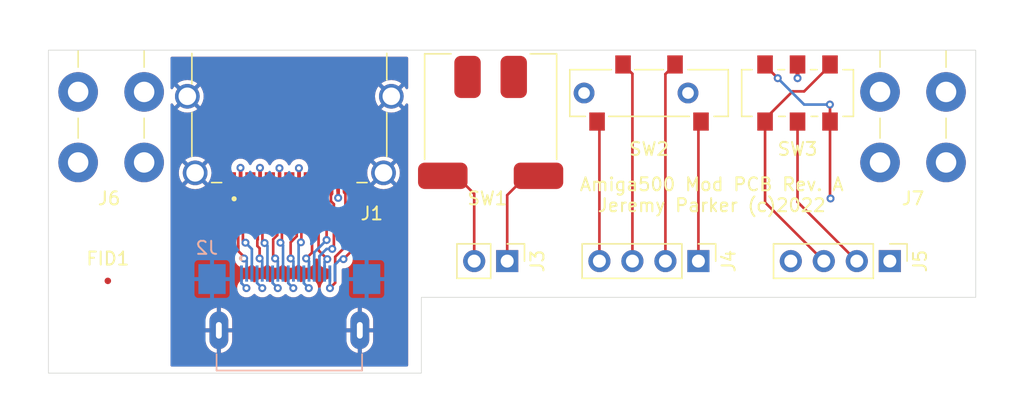
<source format=kicad_pcb>
(kicad_pcb (version 20211014) (generator pcbnew)
  (layers (0 "F.Cu" signal) (1 "In1.Cu" signal) (2 "In2.Cu" signal) (31 "B.Cu" signal) (34 "B.Paste" user) (35 "F.Paste" user) (36 "B.SilkS" user "B.Silkscreen") (37 "F.SilkS" user "F.Silkscreen") (38 "B.Mask" user) (39 "F.Mask" user) (44 "Edge.Cuts" user))
  (net 0 "")
  (net 1 "GNDREF")
  (net 2 "Net-(J3-Pad1)")
  (net 3 "Net-(J3-Pad2)")
  (net 4 "Net-(J4-Pad1)")
  (net 5 "Net-(J4-Pad2)")
  (net 6 "Net-(J4-Pad3)")
  (net 7 "Net-(J4-Pad4)")
  (net 8 "Net-(J5-Pad1)")
  (net 9 "Net-(J5-Pad2)")
  (net 10 "Net-(J5-Pad3)")
  (net 11 "Net-(J5-Pad4)")
  (net 20 "/TMDS Data2 shield")
  (net 21 "/TMDS Data1+")
  (net 22 "/TMDS Data1 shield")
  (net 23 "/TMDS Data1-")
  (net 24 "/TMDS Data0+")
  (net 25 "/TMDS Data0 shield")
  (net 26 "/TMDS Data0-")
  (net 27 "/TMDS Clock+")
  (net 28 "/TMDS Clock shield")
  (net 29 "/TMDS Clock-")
  (net 30 "/CEC")
  (net 31 "/HEAC+")
  (net 32 "/SCL")
  (net 33 "/SDA")
  (net 34 "/CEC Ground")
  (net 35 "/+5V Power")
  (net 36 "/Plug Detect")
  (net 37 "/TMDS_Data2+")
  (net 38 "/TMDS_Data2-")
  (footprint "JP Library:Keystone 4-40 screw terminal" (layer "F.Cu") (at 131.826 59.0977 180)
    (fp_text reference "J7" (at 0 -8.2123 unlocked) (layer "F.SilkS"))
    (fp_text value "Screw_Terminal_01x04")
    (fp_line (start -2.54 -3.556) (end -2.54 -2.032) (layer "F.SilkS") (width 0.12))
    (fp_line (start 2.54 1.905) (end 2.54 3.175) (layer "F.SilkS") (width 0.12))
    (fp_line (start 2.54 -3.556) (end 2.54 -2.032) (layer "F.SilkS") (width 0.12))
    (fp_line (start -2.54 1.905) (end -2.54 3.175) (layer "F.SilkS") (width 0.12))
    (pad "1" thru_hole circle (at -2.54 0 180) (size 3.048 3.048) (drill 1.5748) (layers *.Cu *.Mask))
    (pad "2" thru_hole circle (at 2.54 0 180) (size 3.048 3.048) (drill 1.5748) (layers *.Cu *.Mask))
    (pad "3" thru_hole circle (at 2.54 -5.4356 180) (size 3.048 3.048) (drill 1.5748) (layers *.Cu *.Mask))
    (pad "4" thru_hole circle (at -2.54 -5.4356 180) (size 3.048 3.048) (drill 1.5748) (layers *.Cu *.Mask))
  )
  (footprint "JP Library:Keystone 4-40 screw terminal" (layer "F.Cu") (at 70.104 59.0977 180)
    (fp_text reference "J6" (at 0.1524 -8.2123 unlocked) (layer "F.SilkS"))
    (fp_text value "Screw_Terminal_01x04")
    (fp_line (start 2.54 1.905) (end 2.54 3.175) (layer "F.SilkS") (width 0.12))
    (fp_line (start 2.54 -3.556) (end 2.54 -2.032) (layer "F.SilkS") (width 0.12))
    (fp_line (start -2.54 -3.556) (end -2.54 -2.032) (layer "F.SilkS") (width 0.12))
    (fp_line (start -2.54 1.905) (end -2.54 3.175) (layer "F.SilkS") (width 0.12))
    (pad "1" thru_hole circle (at -2.54 0 180) (size 3.048 3.048) (drill 1.5748) (layers *.Cu *.Mask))
    (pad "2" thru_hole circle (at 2.54 0 180) (size 3.048 3.048) (drill 1.5748) (layers *.Cu *.Mask))
    (pad "3" thru_hole circle (at 2.54 -5.4356 180) (size 3.048 3.048) (drill 1.5748) (layers *.Cu *.Mask))
    (pad "4" thru_hole circle (at -2.54 -5.4356 180) (size 3.048 3.048) (drill 1.5748) (layers *.Cu *.Mask))
  )
  (footprint "Connector_PinHeader_2.54mm:PinHeader_1x02_P2.54mm_Vertical" (layer "F.Cu") (at 100.589 72.136 -90)
    (fp_text reference "J3" (at 0 -2.33 90) (layer "F.SilkS"))
    (fp_text value "Conn_01x02_Male")
    (fp_line (start -1.33 0) (end -1.33 -1.33) (layer "F.SilkS") (width 0.12))
    (fp_line (start -1.33 1.27) (end 1.33 1.27) (layer "F.SilkS") (width 0.12))
    (fp_line (start -1.33 3.87) (end 1.33 3.87) (layer "F.SilkS") (width 0.12))
    (fp_line (start 1.33 1.27) (end 1.33 3.87) (layer "F.SilkS") (width 0.12))
    (fp_line (start -1.33 1.27) (end -1.33 3.87) (layer "F.SilkS") (width 0.12))
    (fp_line (start -1.33 -1.33) (end 0 -1.33) (layer "F.SilkS") (width 0.12))
    (pad "1" thru_hole rect (at 0 -0.000004 270) (size 1.7 1.7) (drill 1) (layers *.Cu *.Mask) (net 2 "Net-(J3-Pad1)"))
    (pad "2" thru_hole oval (at 0 2.54 270) (size 1.7 1.7) (drill 1) (layers *.Cu *.Mask) (net 3 "Net-(J3-Pad2)"))
  )
  (footprint "JP Library:SPST 800BWSP9SM6RE" (layer "F.Cu") (at 99.314 65.562 180)
    (fp_text reference "SW1" (at 0.254 -1.748 unlocked) (layer "F.SilkS"))
    (fp_text value "SW_Push")
    (fp_line (start -5.08 9.398) (end -3.048 9.398) (layer "F.SilkS") (width 0.12))
    (fp_line (start -5.08 1.27) (end -5.08 9.398) (layer "F.SilkS") (width 0.12))
    (fp_line (start 5.08 1.27) (end 5.08 9.398) (layer "F.SilkS") (width 0.12))
    (fp_line (start 5.08 9.398) (end 3.048 9.398) (layer "F.SilkS") (width 0.12))
    (pad "1" smd roundrect (at -3.683 0 180) (size 3.81 2.032) (layers "F.Cu" "F.Paste" "F.Mask") (net 2 "Net-(J3-Pad1)"))
    (pad "2" smd roundrect (at 3.683 0 180) (size 3.81 2.032) (layers "F.Cu" "F.Paste" "F.Mask") (net 3 "Net-(J3-Pad2)"))
    (pad "3" smd roundrect (at -1.778 7.62 270) (size 3.2512 2.032) (layers "F.Cu" "F.Paste" "F.Mask"))
    (pad "4" smd roundrect (at 1.778 7.62 270) (size 3.2512 2.032) (layers "F.Cu" "F.Paste" "F.Mask"))
  )
  (footprint "JP Library:SP3T CL-SB-13B-11T" (layer "F.Cu") (at 111.506 59.182 180)
    (fp_text reference "SW2" (at 0 -4.318 unlocked) (layer "F.SilkS"))
    (fp_text value "SW_SP3T")
    (fp_line (start 3.1 -1.8) (end -3.1 -1.8) (layer "F.SilkS") (width 0.12))
    (fp_line (start 6.1 -1.8) (end 4.9 -1.8) (layer "F.SilkS") (width 0.12))
    (fp_line (start -6.1 -1.8) (end -6.1 1.8) (layer "F.SilkS") (width 0.12))
    (fp_line (start 6.1 1.8) (end 6.1 -1.8) (layer "F.SilkS") (width 0.12))
    (fp_line (start 1 1.8) (end 1.1 1.8) (layer "F.SilkS") (width 0.12))
    (fp_line (start -1.1 1.8) (end 1 1.8) (layer "F.SilkS") (width 0.12))
    (fp_line (start -6.1 1.8) (end -3 1.8) (layer "F.SilkS") (width 0.12))
    (fp_line (start -5 -1.8) (end -6.1 -1.8) (layer "F.SilkS") (width 0.12))
    (fp_line (start 2.9 1.8) (end 6.1 1.8) (layer "F.SilkS") (width 0.12))
    (pad "" np_thru_hole circle (at 5 0 180) (size 0 0) (drill 0.9) (layers *.Mask))
    (pad "" np_thru_hole circle (at -3 0 180) (size 0 0) (drill 0.9) (layers *.Mask))
    (pad "1" smd rect (at -4 -2.2 180) (size 1.2 1.4) (layers "F.Cu" "F.Paste" "F.Mask") (net 4 "Net-(J4-Pad1)"))
    (pad "2" smd rect (at -2 2.2 180) (size 1.2 1.4) (layers "F.Cu" "F.Paste" "F.Mask") (net 5 "Net-(J4-Pad2)"))
    (pad "3" smd rect (at 2 2.2 180) (size 1.2 1.4) (layers "F.Cu" "F.Paste" "F.Mask") (net 6 "Net-(J4-Pad3)"))
    (pad "4" smd rect (at 4 -2.2 180) (size 1.2 1.4) (layers "F.Cu" "F.Paste" "F.Mask") (net 7 "Net-(J4-Pad4)"))
    (pad "5" thru_hole circle (at -3 0 180) (size 1.6 1.6) (drill 0.9) (layers *.Cu *.Mask))
    (pad "6" thru_hole circle (at 5 0 180) (size 1.6 1.6) (drill 0.9) (layers *.Cu *.Mask))
  )
  (footprint "Connector_PinHeader_2.54mm:PinHeader_1x04_P2.54mm_Vertical" (layer "F.Cu") (at 130.038 72.136 -90)
    (fp_text reference "J5" (at 0 -2.33 90) (layer "F.SilkS"))
    (fp_text value "Conn_01x04_Male")
    (fp_line (start -1.33 -1.33) (end 0 -1.33) (layer "F.SilkS") (width 0.12))
    (fp_line (start -1.33 1.27) (end -1.33 8.95) (layer "F.SilkS") (width 0.12))
    (fp_line (start -1.33 1.27) (end 1.33 1.27) (layer "F.SilkS") (width 0.12))
    (fp_line (start 1.33 1.27) (end 1.33 8.95) (layer "F.SilkS") (width 0.12))
    (fp_line (start -1.33 0) (end -1.33 -1.33) (layer "F.SilkS") (width 0.12))
    (fp_line (start -1.33 8.95) (end 1.33 8.95) (layer "F.SilkS") (width 0.12))
    (pad "1" thru_hole rect (at 0 0 270) (size 1.7 1.7) (drill 1) (layers *.Cu *.Mask) (net 8 "Net-(J5-Pad1)"))
    (pad "2" thru_hole oval (at 0 2.54 270) (size 1.7 1.7) (drill 1) (layers *.Cu *.Mask) (net 9 "Net-(J5-Pad2)"))
    (pad "3" thru_hole oval (at 0 5.08 270) (size 1.7 1.7) (drill 1) (layers *.Cu *.Mask) (net 10 "Net-(J5-Pad3)"))
    (pad "4" thru_hole oval (at 0 7.62 270) (size 1.7 1.7) (drill 1) (layers *.Cu *.Mask) (net 11 "Net-(J5-Pad4)"))
  )
  (footprint "Fiducial:Fiducial_0.5mm_Mask1.5mm" (layer "F.Cu") (at 69.85 73.66)
    (fp_text reference "FID1" (at 0 -1.7145) (layer "F.SilkS"))
    (fp_text value "Fiducial")
    (pad "" smd circle (at 0 0) (size 0.5 0.5) (layers "F.Cu" "F.Mask") (clearance 0.5))
  )
  (footprint "SnapEDA Library:JAE_DC04S019JA1R600" (layer "F.Cu") (at 83.82 60.96 180)
    (fp_text reference "J1" (at -6.35 -7.51) (layer "F.SilkS"))
    (fp_text value "DC04S019JA1R600")
    (fp_line (start 7.5 -3.105) (end 7.5 0.255) (layer "F.SilkS") (width 0.127))
    (fp_line (start 7.5 2.496) (end 7.5 4.826) (layer "F.SilkS") (width 0.127))
    (fp_line (start 5.98 -5.125) (end 5.21 -5.125) (layer "F.SilkS") (width 0.127))
    (fp_line (start -7.5 2.795) (end -7.5 4.826) (layer "F.SilkS") (width 0.127))
    (fp_line (start -7.5 -3.105) (end -7.5 0.255) (layer "F.SilkS") (width 0.127))
    (fp_line (start -5.21 -5.125) (end -5.98 -5.125) (layer "F.SilkS") (width 0.127))
    (fp_circle (center 4.25 -6.375) (end 4.35 -6.375) (layer "F.SilkS") (width 0.2) (fill none))
    (pad "1" smd rect (at 4.25 -5.075 180) (size 0.28 1.5) (layers "F.Cu" "F.Paste" "F.Mask") (net 37 "/TMDS_Data2+"))
    (pad "2" smd rect (at 3.75 -5.075 180) (size 0.28 1.5) (layers "F.Cu" "F.Paste" "F.Mask") (net 20 "/TMDS Data2 shield"))
    (pad "3" smd rect (at 3.25 -5.075 180) (size 0.28 1.5) (layers "F.Cu" "F.Paste" "F.Mask") (net 38 "/TMDS_Data2-"))
    (pad "4" smd rect (at 2.75 -5.075 180) (size 0.28 1.5) (layers "F.Cu" "F.Paste" "F.Mask") (net 21 "/TMDS Data1+"))
    (pad "5" smd rect (at 2.25 -5.075 180) (size 0.28 1.5) (layers "F.Cu" "F.Paste" "F.Mask") (net 22 "/TMDS Data1 shield"))
    (pad "6" smd rect (at 1.75 -5.075 180) (size 0.28 1.5) (layers "F.Cu" "F.Paste" "F.Mask") (net 23 "/TMDS Data1-"))
    (pad "7" smd rect (at 1.25 -5.075 180) (size 0.28 1.5) (layers "F.Cu" "F.Paste" "F.Mask") (net 24 "/TMDS Data0+"))
    (pad "8" smd rect (at 0.75 -5.075 180) (size 0.28 1.5) (layers "F.Cu" "F.Paste" "F.Mask") (net 25 "/TMDS Data0 shield"))
    (pad "9" smd rect (at 0.25 -5.075 180) (size 0.28 1.5) (layers "F.Cu" "F.Paste" "F.Mask") (net 26 "/TMDS Data0-"))
    (pad "10" smd rect (at -0.25 -5.075 180) (size 0.28 1.5) (layers "F.Cu" "F.Paste" "F.Mask") (net 27 "/TMDS Clock+"))
    (pad "11" smd rect (at -0.75 -5.075 180) (size 0.28 1.5) (layers "F.Cu" "F.Paste" "F.Mask") (net 28 "/TMDS Clock shield"))
    (pad "12" smd rect (at -1.25 -5.075 180) (size 0.28 1.5) (layers "F.Cu" "F.Paste" "F.Mask") (net 29 "/TMDS Clock-"))
    (pad "13" smd rect (at -1.75 -5.075 180) (size 0.28 1.5) (layers "F.Cu" "F.Paste" "F.Mask") (net 30 "/CEC"))
    (pad "14" smd rect (at -2.25 -5.075 180) (size 0.28 1.5) (layers "F.Cu" "F.Paste" "F.Mask") (net 31 "/HEAC+"))
    (pad "15" smd rect (at -2.75 -5.075 180) (size 0.28 1.5) (layers "F.Cu" "F.Paste" "F.Mask") (net 32 "/SCL"))
    (pad "16" smd rect (at -3.25 -5.075 180) (size 0.28 1.5) (layers "F.Cu" "F.Paste" "F.Mask") (net 33 "/SDA"))
    (pad "17" smd rect (at -3.75 -5.075 180) (size 0.28 1.5) (layers "F.Cu" "F.Paste" "F.Mask") (net 34 "/CEC Ground"))
    (pad "18" smd rect (at -4.25 -5.075 180) (size 0.28 1.5) (layers "F.Cu" "F.Paste" "F.Mask") (net 35 "/+5V Power"))
    (pad "19" smd rect (at -4.75 -5.075 180) (size 0.28 1.5) (layers "F.Cu" "F.Paste" "F.Mask") (net 36 "/Plug Detect"))
    (pad "S1" thru_hole circle (at 7.25 -4.375 180) (size 1.9 1.9) (drill 1.35) (layers *.Cu *.Mask) (net 1 "GNDREF"))
    (pad "S2" thru_hole circle (at 7.85 1.525 180) (size 1.9 1.9) (drill 1.35) (layers *.Cu *.Mask) (net 1 "GNDREF"))
    (pad "S3" thru_hole circle (at -7.85 1.525 180) (size 1.9 1.9) (drill 1.35) (layers *.Cu *.Mask) (net 1 "GNDREF"))
    (pad "S4" thru_hole circle (at -7.25 -4.375 180) (size 1.9 1.9) (drill 1.35) (layers *.Cu *.Mask) (net 1 "GNDREF"))
  )
  (footprint "JP Library:DPDT CL-SB-22B-12T" (layer "F.Cu") (at 122.936 59.182 180)
    (fp_text reference "SW3" (at 0 -4.318 unlocked) (layer "F.SilkS"))
    (fp_text value "SW_DPDT_x2")
    (fp_line (start -4.3 -1.8) (end -4.3 1.8) (layer "F.SilkS") (width 0.12))
    (fp_line (start -1.5 1.8) (end -1 1.8) (layer "F.SilkS") (width 0.12))
    (fp_line (start 4.3 1.8) (end 4.3 -1.8) (layer "F.SilkS") (width 0.12))
    (fp_line (start -3.5 -1.8) (end -4.3 -1.8) (layer "F.SilkS") (width 0.12))
    (fp_line (start -1.55 -1.8) (end -1.05 -1.8) (layer "F.SilkS") (width 0.12))
    (fp_line (start 1 1.8) (end 1.5 1.8) (layer "F.SilkS") (width 0.12))
    (fp_line (start 4.3 1.8) (end 3.5 1.8) (layer "F.SilkS") (width 0.12))
    (fp_line (start 4.3 -1.8) (end 3.5 -1.8) (layer "F.SilkS") (width 0.12))
    (fp_line (start 0.95 -1.8) (end 1.45 -1.8) (layer "F.SilkS") (width 0.12))
    (fp_line (start -4.3 1.8) (end -3.5 1.8) (layer "F.SilkS") (width 0.12))
    (pad "1" smd rect (at -2.5 2.2 180) (size 1.2 1.4) (layers "F.Cu" "F.Paste" "F.Mask") (net 10 "Net-(J5-Pad3)"))
    (pad "2" smd rect (at 0 2.2 180) (size 1.2 1.4) (layers "F.Cu" "F.Paste" "F.Mask") (net 8 "Net-(J5-Pad1)"))
    (pad "3" smd rect (at 2.5 2.2 180) (size 1.2 1.4) (layers "F.Cu" "F.Paste" "F.Mask") (net 11 "Net-(J5-Pad4)"))
    (pad "4" smd rect (at -2.5 -2.2 180) (size 1.2 1.4) (layers "F.Cu" "F.Paste" "F.Mask") (net 11 "Net-(J5-Pad4)"))
    (pad "5" smd rect (at 0 -2.2 180) (size 1.2 1.4) (layers "F.Cu" "F.Paste" "F.Mask") (net 9 "Net-(J5-Pad2)"))
    (pad "6" smd rect (at 2.5 -2.2 180) (size 1.2 1.4) (layers "F.Cu" "F.Paste" "F.Mask") (net 10 "Net-(J5-Pad3)"))
  )
  (footprint "Connector_PinHeader_2.54mm:PinHeader_1x04_P2.54mm_Vertical" (layer "F.Cu") (at 115.306 72.136 -90)
    (fp_text reference "J4" (at 0 -2.33 90) (layer "F.SilkS"))
    (fp_text value "Conn_01x04_Male")
    (fp_line (start -1.33 -1.33) (end 0 -1.33) (layer "F.SilkS") (width 0.12))
    (fp_line (start -1.33 0) (end -1.33 -1.33) (layer "F.SilkS") (width 0.12))
    (fp_line (start -1.33 1.27) (end -1.33 8.95) (layer "F.SilkS") (width 0.12))
    (fp_line (start 1.33 1.27) (end 1.33 8.95) (layer "F.SilkS") (width 0.12))
    (fp_line (start -1.33 1.27) (end 1.33 1.27) (layer "F.SilkS") (width 0.12))
    (fp_line (start -1.33 8.95) (end 1.33 8.95) (layer "F.SilkS") (width 0.12))
    (pad "1" thru_hole rect (at 0 0 270) (size 1.7 1.7) (drill 1) (layers *.Cu *.Mask) (net 4 "Net-(J4-Pad1)"))
    (pad "2" thru_hole oval (at 0 2.54 270) (size 1.7 1.7) (drill 1) (layers *.Cu *.Mask) (net 5 "Net-(J4-Pad2)"))
    (pad "3" thru_hole oval (at 0 5.08 270) (size 1.7 1.7) (drill 1) (layers *.Cu *.Mask) (net 6 "Net-(J4-Pad3)"))
    (pad "4" thru_hole oval (at 0 7.62 270) (size 1.7 1.7) (drill 1) (layers *.Cu *.Mask) (net 7 "Net-(J4-Pad4)"))
  )
  (footprint "SnapEDA Library:TE_2013978-1" (layer "B.Cu") (at 83.82 77.47 180)
    (fp_text reference "J2" (at 6.35 6.35) (layer "B.SilkS") (effects (font (size 1.001591 1.001591)) (justify mirror)))
    (fp_text value "2013978-1")
    (fp_line (start 5.6 -3.1) (end -5.6 -3.1) (layer "B.SilkS") (width 0.127))
    (fp_line (start -5.6 -3.1) (end -5.6 -1.84) (layer "B.SilkS") (width 0.127))
    (fp_line (start 5.6 -3.1) (end 5.6 -1.84) (layer "B.SilkS") (width 0.127))
    (fp_circle (center 3.685 5.55) (end 3.785 5.55) (layer "B.SilkS") (width 0.2) (fill none))
    (pad "1" smd rect (at 3.685 4.375 180) (size 0.22 1.25) (layers "B.Cu" "B.Paste" "B.Mask") (net 20 "/TMDS Data2 shield"))
    (pad "2" smd rect (at 3.285 4.375 180) (size 0.22 1.25) (layers "B.Cu" "B.Paste" "B.Mask") (net 37 "/TMDS_Data2+"))
    (pad "3" smd rect (at 2.885 4.375 180) (size 0.22 1.25) (layers "B.Cu" "B.Paste" "B.Mask") (net 38 "/TMDS_Data2-"))
    (pad "4" smd rect (at 2.485 4.375 180) (size 0.22 1.25) (layers "B.Cu" "B.Paste" "B.Mask") (net 22 "/TMDS Data1 shield"))
    (pad "5" smd rect (at 2.085 4.375 180) (size 0.22 1.25) (layers "B.Cu" "B.Paste" "B.Mask") (net 21 "/TMDS Data1+"))
    (pad "6" smd rect (at 1.685 4.375 180) (size 0.22 1.25) (layers "B.Cu" "B.Paste" "B.Mask") (net 23 "/TMDS Data1-"))
    (pad "7" smd rect (at 1.285 4.375 180) (size 0.22 1.25) (layers "B.Cu" "B.Paste" "B.Mask") (net 25 "/TMDS Data0 shield"))
    (pad "8" smd rect (at 0.885 4.375 180) (size 0.22 1.25) (layers "B.Cu" "B.Paste" "B.Mask") (net 24 "/TMDS Data0+"))
    (pad "9" smd rect (at 0.485 4.375 180) (size 0.22 1.25) (layers "B.Cu" "B.Paste" "B.Mask") (net 26 "/TMDS Data0-"))
    (pad "10" smd rect (at 0.085 4.375 180) (size 0.22 1.25) (layers "B.Cu" "B.Paste" "B.Mask") (net 28 "/TMDS Clock shield"))
    (pad "11" smd rect (at -0.315 4.375 180) (size 0.22 1.25) (layers "B.Cu" "B.Paste" "B.Mask") (net 27 "/TMDS Clock+"))
    (pad "12" smd rect (at -0.715 4.375 180) (size 0.22 1.25) (layers "B.Cu" "B.Paste" "B.Mask") (net 29 "/TMDS Clock-"))
    (pad "13" smd rect (at -1.115 4.375 180) (size 0.22 1.25) (layers "B.Cu" "B.Paste" "B.Mask") (net 34 "/CEC Ground"))
    (pad "14" smd rect (at -1.515 4.375 180) (size 0.22 1.25) (layers "B.Cu" "B.Paste" "B.Mask") (net 30 "/CEC"))
    (pad "15" smd rect (at -1.915 4.375 180) (size 0.22 1.25) (layers "B.Cu" "B.Paste" "B.Mask") (net 32 "/SCL"))
    (pad "16" smd rect (at -2.315 4.375 180) (size 0.22 1.25) (layers "B.Cu" "B.Paste" "B.Mask") (net 33 "/SDA"))
    (pad "17" smd rect (at -2.715 4.375 180) (size 0.22 1.25) (layers "B.Cu" "B.Paste" "B.Mask") (net 31 "/HEAC+"))
    (pad "18" smd rect (at -3.115 4.375 180) (size 0.22 1.25) (layers "B.Cu" "B.Paste" "B.Mask") (net 35 "/+5V Power"))
    (pad "19" smd rect (at -3.515 4.375 180) (size 0.22 1.25) (layers "B.Cu" "B.Paste" "B.Mask") (net 36 "/Plug Detect"))
    (pad "S1" smd rect (at -5.95 3.95 180) (size 2.1 2.3) (layers "B.Cu" "B.Paste" "B.Mask") (net 1 "GNDREF"))
    (pad "S2" smd rect (at 5.95 3.95 180) (size 2.1 2.3) (layers "B.Cu" "B.Paste" "B.Mask") (net 1 "GNDREF"))
    (pad "S3" thru_hole oval (at -5.425 0 180) (size 1.45 2.9) (drill oval 0.45 1.275657) (layers *.Cu *.Mask) (net 1 "GNDREF"))
    (pad "S4" thru_hole oval (at 5.425 0 180) (size 1.45 2.9) (drill oval 0.45 1.275657) (layers *.Cu *.Mask) (net 1 "GNDREF"))
  )
  (gr_poly (pts (xy 136.652 74.93) (xy 93.98 74.93) (xy 93.98 80.772) (xy 65.278 80.772) (xy 65.278 55.88) (xy 136.652 55.88)) (layer "Edge.Cuts") (width 0.05) (fill none))
  (gr_text "Amiga500 Mod PCB Rev. A\nJeremy Parker (c)2022" (at 116.332 67.0306) (layer "F.SilkS") (effects (font (size 1 1))))
  (segment (start 102.459 65.181) (end 102.997 65.181) (width 0.2032) (layer "F.Cu") (net 2))
  (segment (start 100.589 67.051) (end 102.459 65.181) (width 0.2032) (layer "F.Cu") (net 2))
  (segment (start 100.589 72.136) (end 100.589 67.051) (width 0.2032) (layer "F.Cu") (net 2))
  (segment (start 98.049 66.949) (end 96.281 65.181) (width 0.2032) (layer "F.Cu") (net 3))
  (segment (start 96.281 65.181) (end 95.631 65.181) (width 0.2032) (layer "F.Cu") (net 3))
  (segment (start 98.049 72.136) (end 98.049 66.949) (width 0.2032) (layer "F.Cu") (net 3))
  (segment (start 115.306 72.136) (end 115.306 60.82) (width 0.2032) (layer "F.Cu") (net 4))
  (segment (start 112.766 57.722) (end 113.506 56.982) (width 0.2032) (layer "F.Cu") (net 5))
  (segment (start 112.766 72.136) (end 112.766 57.722) (width 0.2032) (layer "F.Cu") (net 5))
  (segment (start 110.226 57.702) (end 109.506 56.982) (width 0.2032) (layer "F.Cu") (net 6))
  (segment (start 110.226 72.136) (end 110.226 57.702) (width 0.2032) (layer "F.Cu") (net 6))
  (segment (start 107.686 72.136) (end 107.686 60.8) (width 0.2032) (layer "F.Cu") (net 7))
  (segment (start 122.936 58.039) (end 122.936 56.982) (width 0.3048) (layer "F.Cu") (net 8))
  (via (at 122.936 58.039) (size 0.6096) (drill 0.3048) (layers "F.Cu" "B.Cu") (net 8))
  (segment (start 127.498 72.136) (end 122.936 67.574) (width 0.2032) (layer "F.Cu") (net 9))
  (segment (start 122.936 67.574) (end 122.936 61.382) (width 0.2032) (layer "F.Cu") (net 9))
  (segment (start 120.436 67.614) (end 124.958 72.136) (width 0.2032) (layer "F.Cu") (net 10))
  (segment (start 125.436 57.063) (end 123.444 59.055) (width 0.2032) (layer "F.Cu") (net 10))
  (segment (start 125.436 56.936) (end 125.436 57.063) (width 0.2032) (layer "F.Cu") (net 10))
  (segment (start 122.555 59.055) (end 120.436 61.174) (width 0.2032) (layer "F.Cu") (net 10))
  (segment (start 123.444 59.055) (end 122.555 59.055) (width 0.2032) (layer "F.Cu") (net 10))
  (segment (start 120.436 61.174) (end 120.436 67.614) (width 0.2032) (layer "F.Cu") (net 10))
  (segment (start 125.476 67.31) (end 125.436 67.27) (width 0.2032) (layer "F.Cu") (net 11))
  (segment (start 121.412 58.039) (end 120.436 57.063) (width 0.2032) (layer "F.Cu") (net 11))
  (segment (start 125.4252 60.071) (end 125.436 60.0818) (width 0.2032) (layer "F.Cu") (net 11))
  (segment (start 125.436 67.27) (end 125.436 60.62) (width 0.2032) (layer "F.Cu") (net 11))
  (segment (start 125.436 60.0818) (end 125.436 61.128) (width 0.2032) (layer "F.Cu") (net 11))
  (via (at 121.412 58.039) (size 0.6096) (drill 0.3048) (layers "F.Cu" "B.Cu") (net 11))
  (via (at 125.476 67.31) (size 0.6096) (drill 0.3048) (layers "F.Cu" "B.Cu") (net 11))
  (via (at 125.4252 60.071) (size 0.6096) (drill 0.3048) (layers "F.Cu" "B.Cu") (net 11))
  (segment (start 123.444 60.071) (end 121.412 58.039) (width 0.2032) (layer "B.Cu") (net 11))
  (segment (start 125.4252 60.071) (end 123.444 60.071) (width 0.2032) (layer "B.Cu") (net 11))
  (segment (start 80.069995 66.034996) (end 80.069995 64.956995) (width 0.2794) (layer "F.Cu") (net 20))
  (segment (start 80.07 64.957) (end 80.0608 64.9478) (width 0.2032) (layer "F.Cu") (net 20))
  (via (at 80.518 74.2188) (size 0.6096) (drill 0.3048) (layers "F.Cu" "B.Cu") (net 20))
  (via (at 80.0608 64.9478) (size 0.6096) (drill 0.3048) (layers "F.Cu" "B.Cu") (net 20))
  (segment (start 80.135 73.8358) (end 80.135 73.095) (width 0.2032) (layer "B.Cu") (net 20))
  (segment (start 80.518 74.2188) (end 80.135 73.8358) (width 0.2032) (layer "B.Cu") (net 20))
  (segment (start 81.356689 70.970261) (end 81.534 71.147572) (width 0.2032) (layer "F.Cu") (net 21))
  (segment (start 81.356689 70.507739) (end 81.356689 70.970261) (width 0.2032) (layer "F.Cu") (net 21))
  (segment (start 81.534 71.147572) (end 81.534 71.9328) (width 0.2032) (layer "F.Cu") (net 21))
  (segment (start 81.3922 67.482201) (end 81.3922 70.472228) (width 0.2032) (layer "F.Cu") (net 21))
  (segment (start 81.07 67.160001) (end 81.3922 67.482201) (width 0.2032) (layer "F.Cu") (net 21))
  (segment (start 81.3922 70.472228) (end 81.356689 70.507739) (width 0.2032) (layer "F.Cu") (net 21))
  (segment (start 81.069993 66.034996) (end 81.069993 67.160013) (width 0.2794) (layer "F.Cu") (net 21))
  (via (at 81.534 71.9328) (size 0.6096) (drill 0.3048) (layers "F.Cu" "B.Cu") (net 21))
  (segment (start 81.534 71.9328) (end 81.735 72.1338) (width 0.2) (layer "B.Cu") (net 21))
  (segment (start 81.735 72.1338) (end 81.735 73.095) (width 0.2) (layer "B.Cu") (net 21))
  (segment (start 81.57 64.9584) (end 81.5594 64.9478) (width 0.2032) (layer "F.Cu") (net 22))
  (segment (start 81.569992 66.034996) (end 81.569992 64.958392) (width 0.2794) (layer "F.Cu") (net 22))
  (via (at 81.5594 64.9478) (size 0.6096) (drill 0.3048) (layers "F.Cu" "B.Cu") (net 22))
  (via (at 81.7372 74.2188) (size 0.6096) (drill 0.3048) (layers "F.Cu" "B.Cu") (net 22))
  (segment (start 81.335 73.8166) (end 81.335 73.095) (width 0.2032) (layer "B.Cu") (net 22))
  (segment (start 81.7372 74.2188) (end 81.335 73.8166) (width 0.2032) (layer "B.Cu") (net 22))
  (segment (start 82.069991 66.034996) (end 82.069991 67.160013) (width 0.2794) (layer "F.Cu") (net 23))
  (segment (start 81.7478 70.701352) (end 81.785448 70.739) (width 0.2032) (layer "F.Cu") (net 23))
  (segment (start 81.7478 67.482201) (end 81.7478 70.701352) (width 0.2032) (layer "F.Cu") (net 23))
  (segment (start 82.07 67.160001) (end 81.7478 67.482201) (width 0.2032) (layer "F.Cu") (net 23))
  (segment (start 81.785448 70.739) (end 81.915 70.739) (width 0.2032) (layer "F.Cu") (net 23))
  (via (at 81.915 70.739) (size 0.6096) (drill 0.3048) (layers "F.Cu" "B.Cu") (net 23))
  (segment (start 82.135 70.959) (end 82.135 73.095) (width 0.2) (layer "B.Cu") (net 23))
  (segment (start 81.915 70.739) (end 82.135 70.959) (width 0.2) (layer "B.Cu") (net 23))
  (segment (start 82.57 67.160001) (end 82.8922 67.482201) (width 0.2032) (layer "F.Cu") (net 24))
  (segment (start 82.56999 66.034996) (end 82.56999 67.160013) (width 0.2794) (layer "F.Cu") (net 24))
  (segment (start 82.7278 71.9328) (end 82.577489 71.782489) (width 0.2) (layer "F.Cu") (net 24))
  (segment (start 82.577489 71.782489) (end 82.577489 70.457511) (width 0.2) (layer "F.Cu") (net 24))
  (segment (start 82.8922 67.482201) (end 82.8922 69.984896) (width 0.2032) (layer "F.Cu") (net 24))
  (segment (start 82.8922 70.1428) (end 82.8922 69.984896) (width 0.2) (layer "F.Cu") (net 24))
  (segment (start 82.577489 70.457511) (end 82.8922 70.1428) (width 0.2) (layer "F.Cu") (net 24))
  (via (at 82.7278 71.9328) (size 0.6096) (drill 0.3048) (layers "F.Cu" "B.Cu") (net 24))
  (segment (start 82.935 73.095) (end 82.935 72.14) (width 0.2) (layer "B.Cu") (net 24))
  (segment (start 82.935 72.14) (end 82.7278 71.9328) (width 0.2) (layer "B.Cu") (net 24))
  (segment (start 83.07 66.035) (end 83.07 64.9852) (width 0.2032) (layer "F.Cu") (net 25))
  (segment (start 83.07 64.9852) (end 83.058 64.9732) (width 0.2032) (layer "F.Cu") (net 25))
  (via (at 83.058 64.9732) (size 0.6096) (drill 0.3048) (layers "F.Cu" "B.Cu") (net 25))
  (via (at 82.931 74.2188) (size 0.6096) (drill 0.3048) (layers "F.Cu" "B.Cu") (net 25))
  (segment (start 82.931 74.2188) (end 82.535 73.8228) (width 0.2032) (layer "B.Cu") (net 25))
  (segment (start 82.535 73.8228) (end 82.535 73.095) (width 0.2032) (layer "B.Cu") (net 25))
  (segment (start 83.2478 70.6) (end 83.2478 69.984896) (width 0.2) (layer "F.Cu") (net 26))
  (segment (start 83.57 67.160001) (end 83.2478 67.482201) (width 0.2032) (layer "F.Cu") (net 26))
  (segment (start 83.2478 67.482201) (end 83.2478 69.984896) (width 0.2032) (layer "F.Cu") (net 26))
  (segment (start 83.569988 66.034996) (end 83.569988 67.160013) (width 0.2794) (layer "F.Cu") (net 26))
  (segment (start 83.1342 70.7136) (end 83.2478 70.6) (width 0.2) (layer "F.Cu") (net 26))
  (via (at 83.1342 70.7136) (size 0.6096) (drill 0.3048) (layers "F.Cu" "B.Cu") (net 26))
  (segment (start 83.335 73.095) (end 83.335 70.9144) (width 0.2) (layer "B.Cu") (net 26))
  (segment (start 83.335 70.9144) (end 83.1342 70.7136) (width 0.2) (layer "B.Cu") (net 26))
  (segment (start 84.07 67.160001) (end 84.3922 67.482201) (width 0.2032) (layer "F.Cu") (net 27))
  (segment (start 84.3922 67.482201) (end 84.3922 69.952602) (width 0.2032) (layer "F.Cu") (net 27))
  (segment (start 84.3922 70.217691) (end 84.3922 69.952602) (width 0.2) (layer "F.Cu") (net 27))
  (segment (start 83.9216 70.688291) (end 84.3922 70.217691) (width 0.2) (layer "F.Cu") (net 27))
  (segment (start 84.070012 66.034996) (end 84.070012 67.160013) (width 0.2794) (layer "F.Cu") (net 27))
  (segment (start 83.9216 71.9328) (end 83.9216 70.688291) (width 0.2) (layer "F.Cu") (net 27))
  (via (at 83.9216 71.9328) (size 0.6096) (drill 0.3048) (layers "F.Cu" "B.Cu") (net 27))
  (segment (start 84.135 73.095) (end 84.135 72.1462) (width 0.2) (layer "B.Cu") (net 27))
  (segment (start 84.135 72.1462) (end 83.9216 71.9328) (width 0.2) (layer "B.Cu") (net 27))
  (segment (start 84.570011 66.034996) (end 84.570011 64.986611) (width 0.2794) (layer "F.Cu") (net 28))
  (segment (start 84.57 64.9866) (end 84.5566 64.9732) (width 0.2032) (layer "F.Cu") (net 28))
  (via (at 84.1248 74.2188) (size 0.6096) (drill 0.3048) (layers "F.Cu" "B.Cu") (net 28))
  (via (at 84.5566 64.9732) (size 0.6096) (drill 0.3048) (layers "F.Cu" "B.Cu") (net 28))
  (segment (start 84.1248 74.2188) (end 83.735 73.829) (width 0.2032) (layer "B.Cu") (net 28))
  (segment (start 83.735 73.829) (end 83.735 73.095) (width 0.2032) (layer "B.Cu") (net 28))
  (segment (start 84.7478 67.482201) (end 84.7478 69.952602) (width 0.2032) (layer "F.Cu") (net 29))
  (segment (start 84.709 70.6882) (end 84.7478 70.6494) (width 0.2) (layer "F.Cu") (net 29))
  (segment (start 84.7478 70.6494) (end 84.7478 69.952602) (width 0.2) (layer "F.Cu") (net 29))
  (segment (start 85.07001 66.034996) (end 85.07001 67.160013) (width 0.2794) (layer "F.Cu") (net 29))
  (segment (start 85.07 67.160001) (end 84.7478 67.482201) (width 0.2032) (layer "F.Cu") (net 29))
  (via (at 84.709 70.6882) (size 0.6096) (drill 0.3048) (layers "F.Cu" "B.Cu") (net 29))
  (segment (start 84.709 70.6882) (end 84.535 70.8622) (width 0.2) (layer "B.Cu") (net 29))
  (segment (start 84.535 70.8622) (end 84.535 73.095) (width 0.2) (layer "B.Cu") (net 29))
  (segment (start 85.1154 71.9328) (end 85.57 71.4782) (width 0.2032) (layer "F.Cu") (net 30))
  (segment (start 85.57 71.4782) (end 85.57 66.035) (width 0.2032) (layer "F.Cu") (net 30))
  (via (at 85.1154 71.9328) (size 0.6096) (drill 0.3048) (layers "F.Cu" "B.Cu") (net 30))
  (segment (start 85.335 73.095) (end 85.335 72.1524) (width 0.2032) (layer "B.Cu") (net 30))
  (segment (start 85.335 72.1524) (end 85.1154 71.9328) (width 0.2032) (layer "B.Cu") (net 30))
  (segment (start 86.07 71.3126) (end 86.07 66.035) (width 0.2032) (layer "F.Cu") (net 31))
  (segment (start 86.741 71.9836) (end 86.07 71.3126) (width 0.2032) (layer "F.Cu") (net 31))
  (via (at 86.741 71.9836) (size 0.6096) (drill 0.3048) (layers "F.Cu" "B.Cu") (net 31))
  (segment (start 86.535 72.1896) (end 86.535 73.095) (width 0.2032) (layer "B.Cu") (net 31))
  (segment (start 86.741 71.9836) (end 86.535 72.1896) (width 0.2032) (layer "B.Cu") (net 31))
  (segment (start 86.6902 70.5104) (end 86.6902 67.945) (width 0.2032) (layer "F.Cu") (net 32))
  (segment (start 86.6902 67.945) (end 86.57 67.8248) (width 0.2032) (layer "F.Cu") (net 32))
  (segment (start 86.570007 67.824807) (end 86.570007 66.034996) (width 0.2794) (layer "F.Cu") (net 32))
  (via (at 86.6902 70.5104) (size 0.6096) (drill 0.3048) (layers "F.Cu" "B.Cu") (net 32))
  (segment (start 86.6902 70.5104) (end 85.735 71.4656) (width 0.2032) (layer "B.Cu") (net 32))
  (segment (start 85.735 71.4656) (end 85.735 73.095) (width 0.2032) (layer "B.Cu") (net 32))
  (segment (start 87.249 71.0692) (end 87.249 67.743972) (width 0.2032) (layer "F.Cu") (net 33))
  (segment (start 87.0712 66.929) (end 87.070108 66.927908) (width 0.2794) (layer "F.Cu") (net 33))
  (segment (start 87.122 71.1962) (end 87.249 71.0692) (width 0.2032) (layer "F.Cu") (net 33))
  (segment (start 87.020889 67.053339) (end 87.070114 67.004114) (width 0.2032) (layer "F.Cu") (net 33))
  (segment (start 87.020889 67.515861) (end 87.020889 67.053339) (width 0.2032) (layer "F.Cu") (net 33))
  (segment (start 87.070108 66.927908) (end 87.070108 66.035123) (width 0.2794) (layer "F.Cu") (net 33))
  (segment (start 87.249 67.743972) (end 87.020889 67.515861) (width 0.2032) (layer "F.Cu") (net 33))
  (segment (start 87.070114 66.035114) (end 87.07 66.035) (width 0.2032) (layer "F.Cu") (net 33))
  (via (at 87.122 71.1962) (size 0.6096) (drill 0.3048) (layers "F.Cu" "B.Cu") (net 33))
  (segment (start 86.688028 71.1962) (end 86.135 71.749228) (width 0.2032) (layer "B.Cu") (net 33))
  (segment (start 86.135 71.749228) (end 86.135 73.095) (width 0.2032) (layer "B.Cu") (net 33))
  (segment (start 87.122 71.1962) (end 86.688028 71.1962) (width 0.2032) (layer "B.Cu") (net 33))
  (segment (start 87.5792 67.265771) (end 87.5792 66.9798) (width 0.2032) (layer "F.Cu") (net 34))
  (segment (start 87.5792 66.9798) (end 87.5792 66.044191) (width 0.2794) (layer "F.Cu") (net 34))
  (segment (start 87.5792 66.0442) (end 87.57 66.035) (width 0.2032) (layer "F.Cu") (net 34))
  (segment (start 87.579189 67.265782) (end 87.5792 67.265771) (width 0.2032) (layer "F.Cu") (net 34))
  (via (at 85.3186 74.2188) (size 0.6096) (drill 0.3048) (layers "F.Cu" "B.Cu") (net 34))
  (via (at 87.579189 67.265782) (size 0.6096) (drill 0.3048) (layers "F.Cu" "B.Cu") (net 34))
  (segment (start 84.935 73.8352) (end 84.935 73.095) (width 0.2032) (layer "B.Cu") (net 34))
  (segment (start 85.3186 74.2188) (end 84.935 73.8352) (width 0.2032) (layer "B.Cu") (net 34))
  (segment (start 86.9442 74.2188) (end 87.3506 73.8124) (width 0.2032) (layer "F.Cu") (net 35))
  (segment (start 87.3506 71.8058) (end 88.1375 71.0189) (width 0.2032) (layer "F.Cu") (net 35))
  (segment (start 88.1375 66.9285) (end 88.0618 66.8528) (width 0.2032) (layer "F.Cu") (net 35))
  (segment (start 88.1375 71.0189) (end 88.1375 66.9285) (width 0.2032) (layer "F.Cu") (net 35))
  (segment (start 87.3506 73.8124) (end 87.3506 71.8058) (width 0.2032) (layer "F.Cu") (net 35))
  (segment (start 88.070004 66.835604) (end 88.070004 66.034996) (width 0.2794) (layer "F.Cu") (net 35))
  (via (at 86.9442 74.2188) (size 0.6096) (drill 0.3048) (layers "F.Cu" "B.Cu") (net 35))
  (segment (start 86.9442 74.2188) (end 86.935 74.2096) (width 0.2032) (layer "B.Cu") (net 35))
  (segment (start 86.935 74.2096) (end 86.935 73.095) (width 0.2032) (layer "B.Cu") (net 35))
  (segment (start 87.986678 71.984678) (end 88.57 71.401356) (width 0.2032) (layer "F.Cu") (net 36))
  (segment (start 88.57 71.401356) (end 88.57 66.035) (width 0.2032) (layer "F.Cu") (net 36))
  (via (at 87.986678 71.984678) (size 0.6096) (drill 0.3048) (layers "F.Cu" "B.Cu") (net 36))
  (segment (start 87.335 72.4056) (end 87.335 73.095) (width 0.2032) (layer "B.Cu") (net 36))
  (segment (start 87.755922 71.984678) (end 87.335 72.4056) (width 0.2032) (layer "B.Cu") (net 36))
  (segment (start 87.986678 71.984678) (end 87.755922 71.984678) (width 0.2032) (layer "B.Cu") (net 36))
  (segment (start 79.8922 71.359197) (end 80.3402 71.807197) (width 0.2032) (layer "F.Cu") (net 37))
  (segment (start 80.3402 71.9328) (end 80.3402 71.807197) (width 0.2) (layer "F.Cu") (net 37))
  (segment (start 79.569996 66.034996) (end 79.569996 67.160013) (width 0.2794) (layer "F.Cu") (net 37))
  (segment (start 79.883489 70.944861) (end 79.8922 70.953572) (width 0.2032) (layer "F.Cu") (net 37))
  (segment (start 79.8922 70.953572) (end 79.8922 71.359197) (width 0.2032) (layer "F.Cu") (net 37))
  (segment (start 79.883489 67.47349) (end 79.883489 70.944861) (width 0.2032) (layer "F.Cu") (net 37))
  (segment (start 79.57 67.160001) (end 79.883489 67.47349) (width 0.2032) (layer "F.Cu") (net 37))
  (via (at 80.3402 71.9328) (size 0.6096) (drill 0.3048) (layers "F.Cu" "B.Cu") (net 37))
  (segment (start 80.535 72.1276) (end 80.535 73.095) (width 0.2032) (layer "B.Cu") (net 37))
  (segment (start 80.3402 71.9328) (end 80.535 72.1276) (width 0.2032) (layer "B.Cu") (net 37))
  (segment (start 80.2478 67.482201) (end 80.2478 70.5196) (width 0.2032) (layer "F.Cu") (net 38))
  (segment (start 80.4418 70.7136) (end 80.295 70.5668) (width 0.2) (layer "F.Cu") (net 38))
  (segment (start 80.569994 66.034996) (end 80.569994 67.160013) (width 0.2794) (layer "F.Cu") (net 38))
  (segment (start 80.2478 70.5196) (end 80.295 70.5668) (width 0.2032) (layer "F.Cu") (net 38))
  (segment (start 80.57 67.160001) (end 80.2478 67.482201) (width 0.2032) (layer "F.Cu") (net 38))
  (via (at 80.4418 70.7136) (size 0.6096) (drill 0.3048) (layers "F.Cu" "B.Cu") (net 38))
  (segment (start 80.935 71.2068) (end 80.935 73.095) (width 0.2032) (layer "B.Cu") (net 38))
  (segment (start 80.4418 70.7136) (end 80.935 71.2068) (width 0.2032) (layer "B.Cu") (net 38))
  (zone (net 1) (net_name "GNDREF") (layer "F.Cu") (connect_pads (clearance 0.4064)) (min_thickness 0.2032) (fill yes (thermal_gap 0.3048) (thermal_bridge_width 0.3048))
    (polygon (pts (xy 92.964 80.264) (xy 74.676 80.264) (xy 74.676 56.388) (xy 92.964 56.388)))
  )
  (zone (net 1) (net_name "GNDREF") (layer "B.Cu") (connect_pads (clearance 0.4064)) (min_thickness 0.2032) (fill yes (thermal_gap 0.3048) (thermal_bridge_width 0.3048))
    (polygon (pts (xy 92.964 80.264) (xy 74.676 80.264) (xy 74.676 56.388) (xy 92.964 56.388)))
  )
)
</source>
